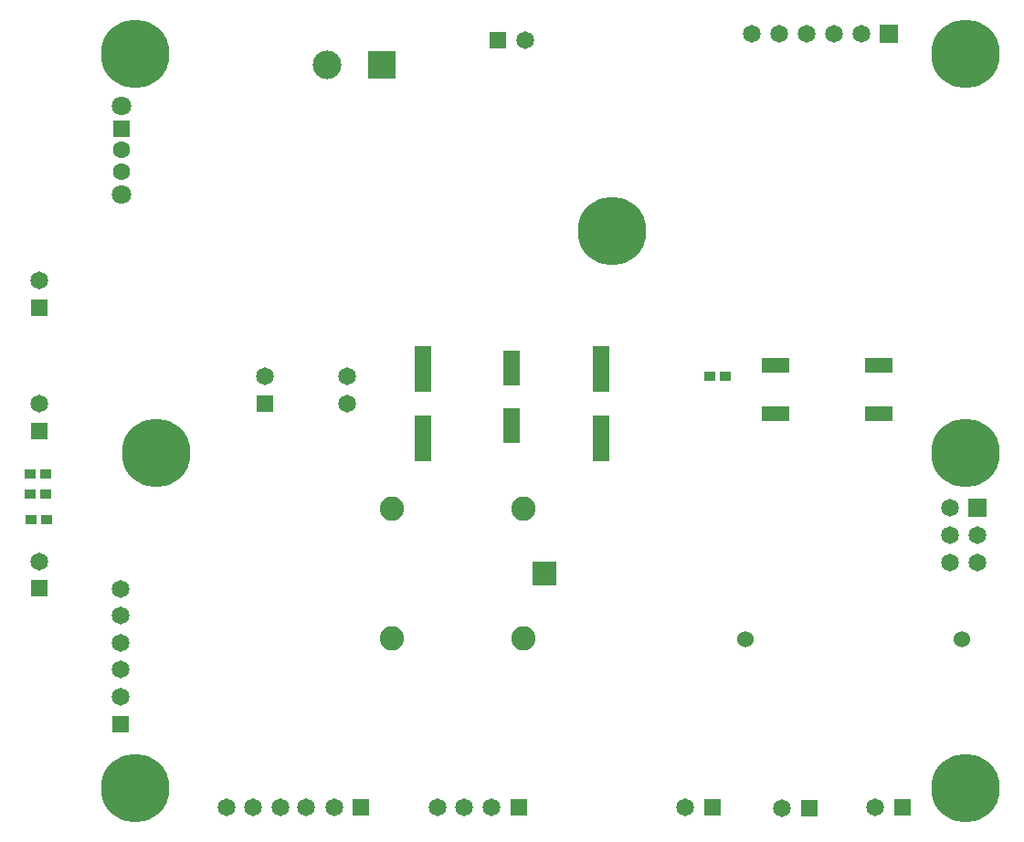
<source format=gbs>
*
%LPD*%
%LNNAIAD-RELAY-MB*%
%FSLAX25Y25*%
%MOIN*%
%AD*%
%AD*%
%ADD19C,0.25*%
%ADD20R,0.065X0.065*%
%ADD21C,0.065*%
%ADD26C,0.06*%
%ADD33R,0.062990157X0.062990157*%
%ADD41R,0.064959843X0.064959843*%
%ADD42C,0.064959843*%
%ADD65C,0.062990157*%
%ADD68C,0.070870079*%
%ADD103R,0.039X0.035*%
%ADD106R,0.062990157X0.125979921*%
%ADD113R,0.098429921X0.055120079*%
%ADD133R,0.062990157X0.16535*%
%ADD229R,0.088579921X0.088579921*%
%ADD230C,0.088579921*%
%ADD231R,0.104329921X0.104329921*%
%ADD232C,0.104329921*%
G54D19*
%SRX1Y1I0.0J0.0*%
G1X67427Y303102D3*
G1X370577Y303102D3*
G1X67427Y35386D3*
G1X370577Y35386D3*
G1X241627Y238602D3*
G1X75301Y157433D3*
G1X370577Y157433D3*
G54D20*
G1X342427Y310602D3*
G1X374827Y137402D3*
G54D21*
G1X332427Y310602D3*
G1X322427Y310602D3*
G1X312427Y310602D3*
G1X302427Y310602D3*
G1X292427Y310602D3*
G1X364827Y137402D3*
G1X374827Y127402D3*
G1X364827Y127402D3*
G1X374827Y117402D3*
G1X364827Y117402D3*
G54D26*
G1X369045Y89402D3*
G1X290305Y89402D3*
G54D33*
G1X62427Y275976D3*
G54D41*
G1X32427Y108102D3*
G1X32427Y210602D3*
G1X114927Y175602D3*
G1X32427Y165602D3*
G1X62127Y58702D3*
G1X347427Y28102D3*
G1X199927Y308102D3*
G1X278027Y28102D3*
G1X207427Y28102D3*
G1X313427Y27802D3*
G1X149927Y28102D3*
G54D42*
G1X32427Y117945D3*
G1X32427Y220445D3*
G1X114927Y185602D3*
G1X144927Y185602D3*
G1X144927Y175602D3*
G1X32427Y175445D3*
G1X62127Y68545D3*
G1X62127Y78702D3*
G1X62127Y88230D3*
G1X62127Y98072D3*
G1X62127Y107915D3*
G1X337585Y28102D3*
G1X209770Y308102D3*
G1X268185Y28102D3*
G1X197585Y28102D3*
G1X187427Y28102D3*
G1X177900Y28102D3*
G1X303585Y27802D3*
G1X140085Y28102D3*
G1X129927Y28102D3*
G1X120400Y28102D3*
G1X110557Y28102D3*
G1X100715Y28102D3*
G54D65*
G1X62427Y268102D3*
G1X62427Y260228D3*
G54D68*
G1X62427Y251961D3*
G1X62427Y284244D3*
G54D103*
G1X29027Y142502D3*
G1X34827Y142502D3*
G1X29027Y150002D3*
G1X34827Y150002D3*
G1X29527Y133102D3*
G1X35327Y133102D3*
G1X277027Y185602D3*
G1X282827Y185602D3*
G54D106*
G1X204927Y167472D3*
G1X204927Y188732D3*
G54D113*
G1X338825Y171744D3*
G1X301030Y171744D3*
G1X301030Y189461D3*
G1X338825Y189461D3*
G54D133*
G1X172427Y163004D3*
G1X172427Y188201D3*
G1X237427Y163004D3*
G1X237427Y188201D3*
G54D229*
G1X216927Y113602D3*
G54D230*
G1X209053Y89980D3*
G1X161022Y89980D3*
G1X161022Y137224D3*
G1X209053Y137224D3*
G54D231*
G1X157627Y299102D3*
G54D232*
G1X137627Y299102D3*
M2*

</source>
